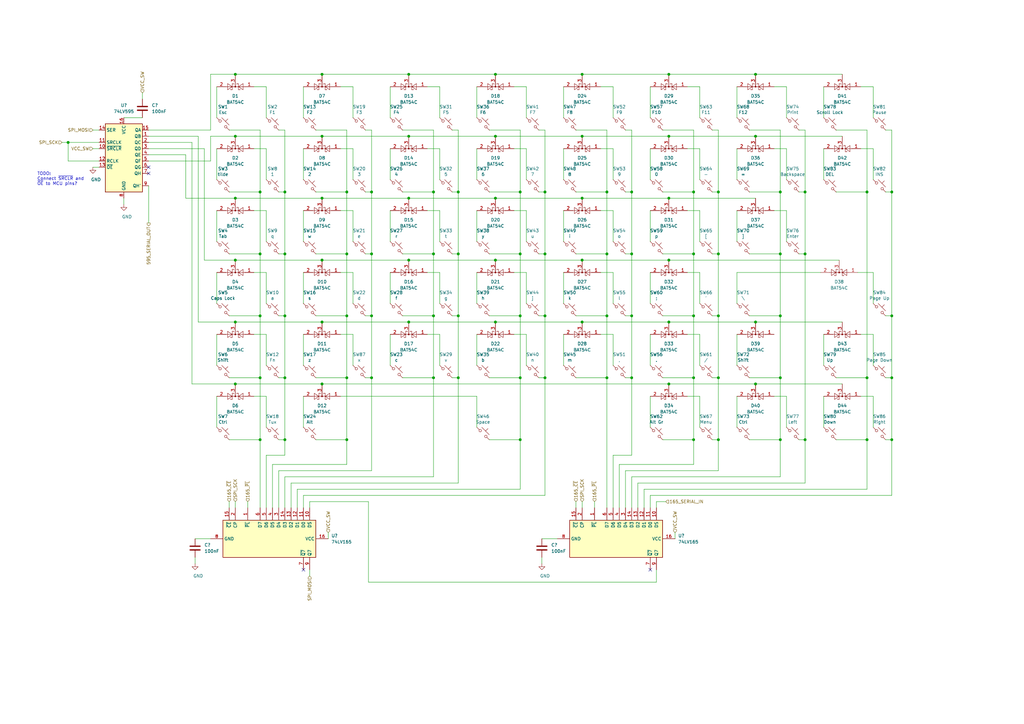
<source format=kicad_sch>
(kicad_sch (version 20201015) (generator eeschema)
  (paper "A3")
  (junction (at 27.94 58.42) (diameter 1.016))
  (junction (at 96.52 30.48) (diameter 1.016))
  (junction (at 96.52 55.88) (diameter 1.016))
  (junction (at 96.52 81.28) (diameter 1.016))
  (junction (at 96.52 106.68) (diameter 1.016))
  (junction (at 96.52 132.08) (diameter 1.016))
  (junction (at 96.52 157.48) (diameter 1.016))
  (junction (at 106.68 78.74) (diameter 1.016))
  (junction (at 106.68 104.14) (diameter 1.016))
  (junction (at 106.68 129.54) (diameter 1.016))
  (junction (at 106.68 154.94) (diameter 1.016))
  (junction (at 106.68 180.34) (diameter 1.016))
  (junction (at 116.84 78.74) (diameter 1.016))
  (junction (at 116.84 104.14) (diameter 1.016))
  (junction (at 116.84 129.54) (diameter 1.016))
  (junction (at 116.84 154.94) (diameter 1.016))
  (junction (at 116.84 180.34) (diameter 1.016))
  (junction (at 132.08 30.48) (diameter 1.016))
  (junction (at 132.08 55.88) (diameter 1.016))
  (junction (at 132.08 81.28) (diameter 1.016))
  (junction (at 132.08 106.68) (diameter 1.016))
  (junction (at 132.08 132.08) (diameter 1.016))
  (junction (at 132.08 157.48) (diameter 1.016))
  (junction (at 142.24 78.74) (diameter 1.016))
  (junction (at 142.24 104.14) (diameter 1.016))
  (junction (at 142.24 129.54) (diameter 1.016))
  (junction (at 142.24 154.94) (diameter 1.016))
  (junction (at 142.24 180.34) (diameter 1.016))
  (junction (at 152.4 78.74) (diameter 1.016))
  (junction (at 152.4 104.14) (diameter 1.016))
  (junction (at 152.4 129.54) (diameter 1.016))
  (junction (at 152.4 154.94) (diameter 1.016))
  (junction (at 167.64 30.48) (diameter 1.016))
  (junction (at 167.64 55.88) (diameter 1.016))
  (junction (at 167.64 81.28) (diameter 1.016))
  (junction (at 167.64 106.68) (diameter 1.016))
  (junction (at 167.64 132.08) (diameter 1.016))
  (junction (at 177.8 78.74) (diameter 1.016))
  (junction (at 177.8 104.14) (diameter 1.016))
  (junction (at 177.8 129.54) (diameter 1.016))
  (junction (at 177.8 154.94) (diameter 1.016))
  (junction (at 187.96 78.74) (diameter 1.016))
  (junction (at 187.96 104.14) (diameter 1.016))
  (junction (at 187.96 129.54) (diameter 1.016))
  (junction (at 187.96 154.94) (diameter 1.016))
  (junction (at 203.2 30.48) (diameter 1.016))
  (junction (at 203.2 55.88) (diameter 1.016))
  (junction (at 203.2 81.28) (diameter 1.016))
  (junction (at 203.2 106.68) (diameter 1.016))
  (junction (at 203.2 132.08) (diameter 1.016))
  (junction (at 213.36 78.74) (diameter 1.016))
  (junction (at 213.36 104.14) (diameter 1.016))
  (junction (at 213.36 129.54) (diameter 1.016))
  (junction (at 213.36 154.94) (diameter 1.016))
  (junction (at 213.36 180.34) (diameter 1.016))
  (junction (at 223.52 78.74) (diameter 1.016))
  (junction (at 223.52 104.14) (diameter 1.016))
  (junction (at 223.52 129.54) (diameter 1.016))
  (junction (at 223.52 154.94) (diameter 1.016))
  (junction (at 238.76 30.48) (diameter 1.016))
  (junction (at 238.76 55.88) (diameter 1.016))
  (junction (at 238.76 81.28) (diameter 1.016))
  (junction (at 238.76 106.68) (diameter 1.016))
  (junction (at 238.76 132.08) (diameter 1.016))
  (junction (at 248.92 78.74) (diameter 1.016))
  (junction (at 248.92 104.14) (diameter 1.016))
  (junction (at 248.92 129.54) (diameter 1.016))
  (junction (at 248.92 154.94) (diameter 1.016))
  (junction (at 259.08 78.74) (diameter 1.016))
  (junction (at 259.08 104.14) (diameter 1.016))
  (junction (at 259.08 129.54) (diameter 1.016))
  (junction (at 259.08 154.94) (diameter 1.016))
  (junction (at 274.32 30.48) (diameter 1.016))
  (junction (at 274.32 55.88) (diameter 1.016))
  (junction (at 274.32 81.28) (diameter 1.016))
  (junction (at 274.32 106.68) (diameter 1.016))
  (junction (at 274.32 132.08) (diameter 1.016))
  (junction (at 274.32 157.48) (diameter 1.016))
  (junction (at 284.48 78.74) (diameter 1.016))
  (junction (at 284.48 104.14) (diameter 1.016))
  (junction (at 284.48 129.54) (diameter 1.016))
  (junction (at 284.48 154.94) (diameter 1.016))
  (junction (at 284.48 180.34) (diameter 1.016))
  (junction (at 294.64 78.74) (diameter 1.016))
  (junction (at 294.64 104.14) (diameter 1.016))
  (junction (at 294.64 129.54) (diameter 1.016))
  (junction (at 294.64 154.94) (diameter 1.016))
  (junction (at 294.64 180.34) (diameter 1.016))
  (junction (at 309.88 30.48) (diameter 1.016))
  (junction (at 309.88 55.88) (diameter 1.016))
  (junction (at 309.88 132.08) (diameter 1.016))
  (junction (at 309.88 157.48) (diameter 1.016))
  (junction (at 320.04 78.74) (diameter 1.016))
  (junction (at 320.04 104.14) (diameter 1.016))
  (junction (at 320.04 129.54) (diameter 1.016))
  (junction (at 320.04 154.94) (diameter 1.016))
  (junction (at 320.04 180.34) (diameter 1.016))
  (junction (at 330.2 78.74) (diameter 1.016))
  (junction (at 330.2 104.14) (diameter 1.016))
  (junction (at 330.2 180.34) (diameter 1.016))
  (junction (at 355.6 78.74) (diameter 1.016))
  (junction (at 355.6 154.94) (diameter 1.016))
  (junction (at 355.6 180.34) (diameter 1.016))
  (junction (at 365.76 78.74) (diameter 1.016))
  (junction (at 365.76 129.54) (diameter 1.016))
  (junction (at 365.76 154.94) (diameter 1.016))
  (junction (at 365.76 180.34) (diameter 1.016))
  (no_connect (at 60.96 71.12))
  (no_connect (at 124.46 233.68))
  (no_connect (at 266.7 233.68))
  (no_connect (at 60.96 68.58))
  (wire (pts (xy 25.4 58.42) (xy 27.94 58.42)))
  (wire (pts (xy 27.94 58.42) (xy 27.94 66.04)))
  (wire (pts (xy 27.94 58.42) (xy 40.64 58.42)))
  (wire (pts (xy 38.1 53.34) (xy 40.64 53.34)))
  (wire (pts (xy 38.1 60.96) (xy 40.64 60.96)))
  (wire (pts (xy 38.1 68.58) (xy 40.64 68.58)))
  (wire (pts (xy 40.64 66.04) (xy 27.94 66.04)))
  (wire (pts (xy 50.8 48.26) (xy 58.42 48.26)))
  (wire (pts (xy 50.8 81.28) (xy 50.8 83.82)))
  (wire (pts (xy 58.42 38.1) (xy 58.42 40.64)))
  (wire (pts (xy 60.96 55.88) (xy 81.28 55.88)))
  (wire (pts (xy 60.96 58.42) (xy 78.74 58.42)))
  (wire (pts (xy 60.96 60.96) (xy 83.82 60.96)))
  (wire (pts (xy 60.96 63.5) (xy 76.2 63.5)))
  (wire (pts (xy 60.96 66.04) (xy 86.36 66.04)))
  (wire (pts (xy 60.96 76.2) (xy 60.96 91.44)))
  (wire (pts (xy 76.2 81.28) (xy 76.2 63.5)))
  (wire (pts (xy 76.2 81.28) (xy 96.52 81.28)))
  (wire (pts (xy 78.74 58.42) (xy 78.74 157.48)))
  (wire (pts (xy 78.74 157.48) (xy 96.52 157.48)))
  (wire (pts (xy 80.01 220.98) (xy 86.36 220.98)))
  (wire (pts (xy 80.01 228.6) (xy 80.01 231.14)))
  (wire (pts (xy 81.28 55.88) (xy 81.28 132.08)))
  (wire (pts (xy 81.28 132.08) (xy 96.52 132.08)))
  (wire (pts (xy 83.82 60.96) (xy 83.82 106.68)))
  (wire (pts (xy 83.82 106.68) (xy 96.52 106.68)))
  (wire (pts (xy 86.36 30.48) (xy 86.36 53.34)))
  (wire (pts (xy 86.36 53.34) (xy 60.96 53.34)))
  (wire (pts (xy 86.36 55.88) (xy 96.52 55.88)))
  (wire (pts (xy 86.36 66.04) (xy 86.36 55.88)))
  (wire (pts (xy 88.9 35.56) (xy 88.9 48.26)))
  (wire (pts (xy 88.9 60.96) (xy 88.9 73.66)))
  (wire (pts (xy 88.9 86.36) (xy 88.9 99.06)))
  (wire (pts (xy 88.9 111.76) (xy 88.9 124.46)))
  (wire (pts (xy 88.9 137.16) (xy 88.9 149.86)))
  (wire (pts (xy 88.9 162.56) (xy 88.9 175.26)))
  (wire (pts (xy 93.98 53.34) (xy 106.68 53.34)))
  (wire (pts (xy 93.98 78.74) (xy 106.68 78.74)))
  (wire (pts (xy 93.98 104.14) (xy 106.68 104.14)))
  (wire (pts (xy 93.98 129.54) (xy 106.68 129.54)))
  (wire (pts (xy 93.98 154.94) (xy 106.68 154.94)))
  (wire (pts (xy 93.98 180.34) (xy 106.68 180.34)))
  (wire (pts (xy 93.98 205.74) (xy 93.98 208.28)))
  (wire (pts (xy 96.52 30.48) (xy 86.36 30.48)))
  (wire (pts (xy 96.52 30.48) (xy 132.08 30.48)))
  (wire (pts (xy 96.52 55.88) (xy 132.08 55.88)))
  (wire (pts (xy 96.52 81.28) (xy 132.08 81.28)))
  (wire (pts (xy 96.52 106.68) (xy 132.08 106.68)))
  (wire (pts (xy 96.52 132.08) (xy 132.08 132.08)))
  (wire (pts (xy 96.52 157.48) (xy 132.08 157.48)))
  (wire (pts (xy 96.52 205.74) (xy 96.52 208.28)))
  (wire (pts (xy 101.6 205.74) (xy 101.6 208.28)))
  (wire (pts (xy 104.14 35.56) (xy 109.22 35.56)))
  (wire (pts (xy 104.14 60.96) (xy 109.22 60.96)))
  (wire (pts (xy 104.14 86.36) (xy 109.22 86.36)))
  (wire (pts (xy 104.14 111.76) (xy 109.22 111.76)))
  (wire (pts (xy 104.14 137.16) (xy 109.22 137.16)))
  (wire (pts (xy 104.14 162.56) (xy 109.22 162.56)))
  (wire (pts (xy 106.68 53.34) (xy 106.68 78.74)))
  (wire (pts (xy 106.68 78.74) (xy 106.68 104.14)))
  (wire (pts (xy 106.68 104.14) (xy 106.68 129.54)))
  (wire (pts (xy 106.68 129.54) (xy 106.68 154.94)))
  (wire (pts (xy 106.68 154.94) (xy 106.68 180.34)))
  (wire (pts (xy 106.68 180.34) (xy 106.68 208.28)))
  (wire (pts (xy 109.22 35.56) (xy 109.22 48.26)))
  (wire (pts (xy 109.22 60.96) (xy 109.22 73.66)))
  (wire (pts (xy 109.22 86.36) (xy 109.22 99.06)))
  (wire (pts (xy 109.22 111.76) (xy 109.22 124.46)))
  (wire (pts (xy 109.22 137.16) (xy 109.22 149.86)))
  (wire (pts (xy 109.22 162.56) (xy 109.22 175.26)))
  (wire (pts (xy 109.22 186.69) (xy 109.22 208.28)))
  (wire (pts (xy 111.76 190.5) (xy 111.76 208.28)))
  (wire (pts (xy 114.3 53.34) (xy 116.84 53.34)))
  (wire (pts (xy 114.3 78.74) (xy 116.84 78.74)))
  (wire (pts (xy 114.3 104.14) (xy 116.84 104.14)))
  (wire (pts (xy 114.3 129.54) (xy 116.84 129.54)))
  (wire (pts (xy 114.3 154.94) (xy 116.84 154.94)))
  (wire (pts (xy 114.3 180.34) (xy 116.84 180.34)))
  (wire (pts (xy 114.3 193.04) (xy 114.3 208.28)))
  (wire (pts (xy 116.84 53.34) (xy 116.84 78.74)))
  (wire (pts (xy 116.84 78.74) (xy 116.84 104.14)))
  (wire (pts (xy 116.84 104.14) (xy 116.84 129.54)))
  (wire (pts (xy 116.84 129.54) (xy 116.84 154.94)))
  (wire (pts (xy 116.84 154.94) (xy 116.84 180.34)))
  (wire (pts (xy 116.84 180.34) (xy 116.84 186.69)))
  (wire (pts (xy 116.84 186.69) (xy 109.22 186.69)))
  (wire (pts (xy 116.84 195.58) (xy 116.84 208.28)))
  (wire (pts (xy 119.38 198.12) (xy 187.96 198.12)))
  (wire (pts (xy 119.38 208.28) (xy 119.38 198.12)))
  (wire (pts (xy 121.92 200.66) (xy 121.92 208.28)))
  (wire (pts (xy 124.46 35.56) (xy 124.46 48.26)))
  (wire (pts (xy 124.46 60.96) (xy 124.46 73.66)))
  (wire (pts (xy 124.46 86.36) (xy 124.46 99.06)))
  (wire (pts (xy 124.46 111.76) (xy 124.46 124.46)))
  (wire (pts (xy 124.46 137.16) (xy 124.46 149.86)))
  (wire (pts (xy 124.46 162.56) (xy 124.46 175.26)))
  (wire (pts (xy 124.46 203.2) (xy 223.52 203.2)))
  (wire (pts (xy 124.46 208.28) (xy 124.46 203.2)))
  (wire (pts (xy 127 205.74) (xy 127 208.28)))
  (wire (pts (xy 127 233.68) (xy 127 236.22)))
  (wire (pts (xy 129.54 53.34) (xy 142.24 53.34)))
  (wire (pts (xy 129.54 78.74) (xy 142.24 78.74)))
  (wire (pts (xy 129.54 104.14) (xy 142.24 104.14)))
  (wire (pts (xy 129.54 129.54) (xy 142.24 129.54)))
  (wire (pts (xy 129.54 154.94) (xy 142.24 154.94)))
  (wire (pts (xy 129.54 180.34) (xy 142.24 180.34)))
  (wire (pts (xy 132.08 30.48) (xy 167.64 30.48)))
  (wire (pts (xy 132.08 55.88) (xy 167.64 55.88)))
  (wire (pts (xy 132.08 81.28) (xy 167.64 81.28)))
  (wire (pts (xy 132.08 106.68) (xy 167.64 106.68)))
  (wire (pts (xy 132.08 132.08) (xy 167.64 132.08)))
  (wire (pts (xy 132.08 157.48) (xy 274.32 157.48)))
  (wire (pts (xy 134.62 218.44) (xy 134.62 220.98)))
  (wire (pts (xy 139.7 35.56) (xy 144.78 35.56)))
  (wire (pts (xy 139.7 60.96) (xy 144.78 60.96)))
  (wire (pts (xy 139.7 86.36) (xy 144.78 86.36)))
  (wire (pts (xy 139.7 111.76) (xy 144.78 111.76)))
  (wire (pts (xy 139.7 137.16) (xy 144.78 137.16)))
  (wire (pts (xy 139.7 162.56) (xy 195.58 162.56)))
  (wire (pts (xy 142.24 53.34) (xy 142.24 78.74)))
  (wire (pts (xy 142.24 78.74) (xy 142.24 104.14)))
  (wire (pts (xy 142.24 104.14) (xy 142.24 129.54)))
  (wire (pts (xy 142.24 129.54) (xy 142.24 154.94)))
  (wire (pts (xy 142.24 154.94) (xy 142.24 180.34)))
  (wire (pts (xy 142.24 180.34) (xy 142.24 190.5)))
  (wire (pts (xy 142.24 190.5) (xy 111.76 190.5)))
  (wire (pts (xy 144.78 35.56) (xy 144.78 48.26)))
  (wire (pts (xy 144.78 60.96) (xy 144.78 73.66)))
  (wire (pts (xy 144.78 86.36) (xy 144.78 99.06)))
  (wire (pts (xy 144.78 111.76) (xy 144.78 124.46)))
  (wire (pts (xy 144.78 137.16) (xy 144.78 149.86)))
  (wire (pts (xy 149.86 53.34) (xy 152.4 53.34)))
  (wire (pts (xy 149.86 78.74) (xy 152.4 78.74)))
  (wire (pts (xy 149.86 104.14) (xy 152.4 104.14)))
  (wire (pts (xy 149.86 129.54) (xy 152.4 129.54)))
  (wire (pts (xy 149.86 154.94) (xy 152.4 154.94)))
  (wire (pts (xy 151.13 205.74) (xy 127 205.74)))
  (wire (pts (xy 151.13 238.76) (xy 151.13 205.74)))
  (wire (pts (xy 152.4 53.34) (xy 152.4 78.74)))
  (wire (pts (xy 152.4 78.74) (xy 152.4 104.14)))
  (wire (pts (xy 152.4 104.14) (xy 152.4 129.54)))
  (wire (pts (xy 152.4 129.54) (xy 152.4 154.94)))
  (wire (pts (xy 152.4 154.94) (xy 152.4 193.04)))
  (wire (pts (xy 152.4 193.04) (xy 114.3 193.04)))
  (wire (pts (xy 160.02 35.56) (xy 160.02 48.26)))
  (wire (pts (xy 160.02 60.96) (xy 160.02 73.66)))
  (wire (pts (xy 160.02 86.36) (xy 160.02 99.06)))
  (wire (pts (xy 160.02 111.76) (xy 160.02 124.46)))
  (wire (pts (xy 160.02 137.16) (xy 160.02 149.86)))
  (wire (pts (xy 165.1 53.34) (xy 177.8 53.34)))
  (wire (pts (xy 165.1 78.74) (xy 177.8 78.74)))
  (wire (pts (xy 165.1 104.14) (xy 177.8 104.14)))
  (wire (pts (xy 165.1 129.54) (xy 177.8 129.54)))
  (wire (pts (xy 165.1 154.94) (xy 177.8 154.94)))
  (wire (pts (xy 167.64 30.48) (xy 203.2 30.48)))
  (wire (pts (xy 167.64 55.88) (xy 203.2 55.88)))
  (wire (pts (xy 167.64 81.28) (xy 203.2 81.28)))
  (wire (pts (xy 167.64 106.68) (xy 203.2 106.68)))
  (wire (pts (xy 167.64 132.08) (xy 203.2 132.08)))
  (wire (pts (xy 177.8 53.34) (xy 177.8 78.74)))
  (wire (pts (xy 177.8 78.74) (xy 177.8 104.14)))
  (wire (pts (xy 177.8 104.14) (xy 177.8 129.54)))
  (wire (pts (xy 177.8 129.54) (xy 177.8 154.94)))
  (wire (pts (xy 177.8 154.94) (xy 177.8 195.58)))
  (wire (pts (xy 177.8 195.58) (xy 116.84 195.58)))
  (wire (pts (xy 180.34 35.56) (xy 175.26 35.56)))
  (wire (pts (xy 180.34 35.56) (xy 180.34 48.26)))
  (wire (pts (xy 180.34 60.96) (xy 175.26 60.96)))
  (wire (pts (xy 180.34 60.96) (xy 180.34 73.66)))
  (wire (pts (xy 180.34 86.36) (xy 175.26 86.36)))
  (wire (pts (xy 180.34 86.36) (xy 180.34 99.06)))
  (wire (pts (xy 180.34 111.76) (xy 175.26 111.76)))
  (wire (pts (xy 180.34 111.76) (xy 180.34 124.46)))
  (wire (pts (xy 180.34 137.16) (xy 175.26 137.16)))
  (wire (pts (xy 180.34 137.16) (xy 180.34 149.86)))
  (wire (pts (xy 185.42 53.34) (xy 187.96 53.34)))
  (wire (pts (xy 185.42 78.74) (xy 187.96 78.74)))
  (wire (pts (xy 185.42 104.14) (xy 187.96 104.14)))
  (wire (pts (xy 185.42 129.54) (xy 187.96 129.54)))
  (wire (pts (xy 185.42 154.94) (xy 187.96 154.94)))
  (wire (pts (xy 187.96 53.34) (xy 187.96 78.74)))
  (wire (pts (xy 187.96 78.74) (xy 187.96 104.14)))
  (wire (pts (xy 187.96 104.14) (xy 187.96 129.54)))
  (wire (pts (xy 187.96 129.54) (xy 187.96 154.94)))
  (wire (pts (xy 187.96 154.94) (xy 187.96 198.12)))
  (wire (pts (xy 195.58 35.56) (xy 195.58 48.26)))
  (wire (pts (xy 195.58 60.96) (xy 195.58 73.66)))
  (wire (pts (xy 195.58 86.36) (xy 195.58 99.06)))
  (wire (pts (xy 195.58 111.76) (xy 195.58 124.46)))
  (wire (pts (xy 195.58 137.16) (xy 195.58 149.86)))
  (wire (pts (xy 195.58 162.56) (xy 195.58 175.26)))
  (wire (pts (xy 200.66 53.34) (xy 213.36 53.34)))
  (wire (pts (xy 200.66 78.74) (xy 213.36 78.74)))
  (wire (pts (xy 200.66 104.14) (xy 213.36 104.14)))
  (wire (pts (xy 200.66 129.54) (xy 213.36 129.54)))
  (wire (pts (xy 200.66 154.94) (xy 213.36 154.94)))
  (wire (pts (xy 200.66 180.34) (xy 213.36 180.34)))
  (wire (pts (xy 203.2 30.48) (xy 238.76 30.48)))
  (wire (pts (xy 203.2 55.88) (xy 238.76 55.88)))
  (wire (pts (xy 203.2 81.28) (xy 238.76 81.28)))
  (wire (pts (xy 203.2 106.68) (xy 238.76 106.68)))
  (wire (pts (xy 203.2 132.08) (xy 238.76 132.08)))
  (wire (pts (xy 213.36 53.34) (xy 213.36 78.74)))
  (wire (pts (xy 213.36 78.74) (xy 213.36 104.14)))
  (wire (pts (xy 213.36 104.14) (xy 213.36 129.54)))
  (wire (pts (xy 213.36 129.54) (xy 213.36 154.94)))
  (wire (pts (xy 213.36 154.94) (xy 213.36 180.34)))
  (wire (pts (xy 213.36 180.34) (xy 213.36 200.66)))
  (wire (pts (xy 213.36 200.66) (xy 121.92 200.66)))
  (wire (pts (xy 215.9 35.56) (xy 210.82 35.56)))
  (wire (pts (xy 215.9 35.56) (xy 215.9 48.26)))
  (wire (pts (xy 215.9 60.96) (xy 210.82 60.96)))
  (wire (pts (xy 215.9 60.96) (xy 215.9 73.66)))
  (wire (pts (xy 215.9 86.36) (xy 210.82 86.36)))
  (wire (pts (xy 215.9 86.36) (xy 215.9 99.06)))
  (wire (pts (xy 215.9 111.76) (xy 210.82 111.76)))
  (wire (pts (xy 215.9 111.76) (xy 215.9 124.46)))
  (wire (pts (xy 215.9 137.16) (xy 210.82 137.16)))
  (wire (pts (xy 215.9 137.16) (xy 215.9 149.86)))
  (wire (pts (xy 220.98 53.34) (xy 223.52 53.34)))
  (wire (pts (xy 220.98 78.74) (xy 223.52 78.74)))
  (wire (pts (xy 220.98 104.14) (xy 223.52 104.14)))
  (wire (pts (xy 220.98 129.54) (xy 223.52 129.54)))
  (wire (pts (xy 220.98 154.94) (xy 223.52 154.94)))
  (wire (pts (xy 222.25 220.98) (xy 228.6 220.98)))
  (wire (pts (xy 222.25 228.6) (xy 222.25 231.14)))
  (wire (pts (xy 223.52 53.34) (xy 223.52 78.74)))
  (wire (pts (xy 223.52 78.74) (xy 223.52 104.14)))
  (wire (pts (xy 223.52 104.14) (xy 223.52 129.54)))
  (wire (pts (xy 223.52 129.54) (xy 223.52 154.94)))
  (wire (pts (xy 223.52 154.94) (xy 223.52 203.2)))
  (wire (pts (xy 231.14 35.56) (xy 231.14 48.26)))
  (wire (pts (xy 231.14 60.96) (xy 231.14 73.66)))
  (wire (pts (xy 231.14 86.36) (xy 231.14 99.06)))
  (wire (pts (xy 231.14 111.76) (xy 231.14 124.46)))
  (wire (pts (xy 231.14 137.16) (xy 231.14 149.86)))
  (wire (pts (xy 236.22 53.34) (xy 248.92 53.34)))
  (wire (pts (xy 236.22 78.74) (xy 248.92 78.74)))
  (wire (pts (xy 236.22 104.14) (xy 248.92 104.14)))
  (wire (pts (xy 236.22 129.54) (xy 248.92 129.54)))
  (wire (pts (xy 236.22 154.94) (xy 248.92 154.94)))
  (wire (pts (xy 236.22 205.74) (xy 236.22 208.28)))
  (wire (pts (xy 238.76 30.48) (xy 274.32 30.48)))
  (wire (pts (xy 238.76 55.88) (xy 274.32 55.88)))
  (wire (pts (xy 238.76 81.28) (xy 274.32 81.28)))
  (wire (pts (xy 238.76 106.68) (xy 274.32 106.68)))
  (wire (pts (xy 238.76 132.08) (xy 274.32 132.08)))
  (wire (pts (xy 238.76 205.74) (xy 238.76 208.28)))
  (wire (pts (xy 243.84 205.74) (xy 243.84 208.28)))
  (wire (pts (xy 248.92 53.34) (xy 248.92 78.74)))
  (wire (pts (xy 248.92 78.74) (xy 248.92 104.14)))
  (wire (pts (xy 248.92 104.14) (xy 248.92 129.54)))
  (wire (pts (xy 248.92 129.54) (xy 248.92 154.94)))
  (wire (pts (xy 248.92 154.94) (xy 248.92 208.28)))
  (wire (pts (xy 251.46 35.56) (xy 246.38 35.56)))
  (wire (pts (xy 251.46 35.56) (xy 251.46 48.26)))
  (wire (pts (xy 251.46 60.96) (xy 246.38 60.96)))
  (wire (pts (xy 251.46 60.96) (xy 251.46 73.66)))
  (wire (pts (xy 251.46 86.36) (xy 246.38 86.36)))
  (wire (pts (xy 251.46 86.36) (xy 251.46 99.06)))
  (wire (pts (xy 251.46 111.76) (xy 246.38 111.76)))
  (wire (pts (xy 251.46 111.76) (xy 251.46 124.46)))
  (wire (pts (xy 251.46 137.16) (xy 246.38 137.16)))
  (wire (pts (xy 251.46 137.16) (xy 251.46 149.86)))
  (wire (pts (xy 251.46 186.69) (xy 251.46 208.28)))
  (wire (pts (xy 254 190.5) (xy 254 208.28)))
  (wire (pts (xy 256.54 53.34) (xy 259.08 53.34)))
  (wire (pts (xy 256.54 78.74) (xy 259.08 78.74)))
  (wire (pts (xy 256.54 104.14) (xy 259.08 104.14)))
  (wire (pts (xy 256.54 129.54) (xy 259.08 129.54)))
  (wire (pts (xy 256.54 154.94) (xy 259.08 154.94)))
  (wire (pts (xy 256.54 193.04) (xy 256.54 208.28)))
  (wire (pts (xy 259.08 53.34) (xy 259.08 78.74)))
  (wire (pts (xy 259.08 78.74) (xy 259.08 104.14)))
  (wire (pts (xy 259.08 104.14) (xy 259.08 129.54)))
  (wire (pts (xy 259.08 129.54) (xy 259.08 154.94)))
  (wire (pts (xy 259.08 154.94) (xy 259.08 186.69)))
  (wire (pts (xy 259.08 186.69) (xy 251.46 186.69)))
  (wire (pts (xy 259.08 195.58) (xy 259.08 208.28)))
  (wire (pts (xy 261.62 198.12) (xy 330.2 198.12)))
  (wire (pts (xy 261.62 208.28) (xy 261.62 198.12)))
  (wire (pts (xy 264.16 200.66) (xy 264.16 208.28)))
  (wire (pts (xy 266.7 35.56) (xy 266.7 48.26)))
  (wire (pts (xy 266.7 60.96) (xy 266.7 73.66)))
  (wire (pts (xy 266.7 86.36) (xy 266.7 99.06)))
  (wire (pts (xy 266.7 111.76) (xy 266.7 124.46)))
  (wire (pts (xy 266.7 137.16) (xy 266.7 149.86)))
  (wire (pts (xy 266.7 162.56) (xy 266.7 175.26)))
  (wire (pts (xy 266.7 203.2) (xy 365.76 203.2)))
  (wire (pts (xy 266.7 208.28) (xy 266.7 203.2)))
  (wire (pts (xy 269.24 205.74) (xy 273.05 205.74)))
  (wire (pts (xy 269.24 208.28) (xy 269.24 205.74)))
  (wire (pts (xy 269.24 233.68) (xy 269.24 238.76)))
  (wire (pts (xy 269.24 238.76) (xy 151.13 238.76)))
  (wire (pts (xy 271.78 53.34) (xy 284.48 53.34)))
  (wire (pts (xy 271.78 78.74) (xy 284.48 78.74)))
  (wire (pts (xy 271.78 104.14) (xy 284.48 104.14)))
  (wire (pts (xy 271.78 129.54) (xy 284.48 129.54)))
  (wire (pts (xy 271.78 154.94) (xy 284.48 154.94)))
  (wire (pts (xy 271.78 180.34) (xy 284.48 180.34)))
  (wire (pts (xy 274.32 30.48) (xy 309.88 30.48)))
  (wire (pts (xy 274.32 55.88) (xy 309.88 55.88)))
  (wire (pts (xy 274.32 81.28) (xy 309.88 81.28)))
  (wire (pts (xy 274.32 106.68) (xy 344.17 106.68)))
  (wire (pts (xy 274.32 132.08) (xy 309.88 132.08)))
  (wire (pts (xy 274.32 157.48) (xy 309.88 157.48)))
  (wire (pts (xy 276.86 218.44) (xy 276.86 220.98)))
  (wire (pts (xy 284.48 53.34) (xy 284.48 78.74)))
  (wire (pts (xy 284.48 78.74) (xy 284.48 104.14)))
  (wire (pts (xy 284.48 104.14) (xy 284.48 129.54)))
  (wire (pts (xy 284.48 129.54) (xy 284.48 154.94)))
  (wire (pts (xy 284.48 154.94) (xy 284.48 180.34)))
  (wire (pts (xy 284.48 180.34) (xy 284.48 190.5)))
  (wire (pts (xy 284.48 190.5) (xy 254 190.5)))
  (wire (pts (xy 287.02 35.56) (xy 281.94 35.56)))
  (wire (pts (xy 287.02 48.26) (xy 287.02 35.56)))
  (wire (pts (xy 287.02 60.96) (xy 281.94 60.96)))
  (wire (pts (xy 287.02 73.66) (xy 287.02 60.96)))
  (wire (pts (xy 287.02 86.36) (xy 281.94 86.36)))
  (wire (pts (xy 287.02 99.06) (xy 287.02 86.36)))
  (wire (pts (xy 287.02 111.76) (xy 281.94 111.76)))
  (wire (pts (xy 287.02 124.46) (xy 287.02 111.76)))
  (wire (pts (xy 287.02 137.16) (xy 281.94 137.16)))
  (wire (pts (xy 287.02 149.86) (xy 287.02 137.16)))
  (wire (pts (xy 287.02 162.56) (xy 281.94 162.56)))
  (wire (pts (xy 287.02 175.26) (xy 287.02 162.56)))
  (wire (pts (xy 292.1 53.34) (xy 294.64 53.34)))
  (wire (pts (xy 292.1 78.74) (xy 294.64 78.74)))
  (wire (pts (xy 292.1 104.14) (xy 294.64 104.14)))
  (wire (pts (xy 292.1 129.54) (xy 294.64 129.54)))
  (wire (pts (xy 292.1 154.94) (xy 294.64 154.94)))
  (wire (pts (xy 292.1 180.34) (xy 294.64 180.34)))
  (wire (pts (xy 294.64 53.34) (xy 294.64 78.74)))
  (wire (pts (xy 294.64 78.74) (xy 294.64 104.14)))
  (wire (pts (xy 294.64 104.14) (xy 294.64 129.54)))
  (wire (pts (xy 294.64 129.54) (xy 294.64 154.94)))
  (wire (pts (xy 294.64 154.94) (xy 294.64 180.34)))
  (wire (pts (xy 294.64 180.34) (xy 294.64 193.04)))
  (wire (pts (xy 294.64 193.04) (xy 256.54 193.04)))
  (wire (pts (xy 302.26 35.56) (xy 302.26 48.26)))
  (wire (pts (xy 302.26 60.96) (xy 302.26 73.66)))
  (wire (pts (xy 302.26 86.36) (xy 302.26 99.06)))
  (wire (pts (xy 302.26 111.76) (xy 302.26 124.46)))
  (wire (pts (xy 302.26 137.16) (xy 302.26 149.86)))
  (wire (pts (xy 302.26 162.56) (xy 302.26 175.26)))
  (wire (pts (xy 307.34 53.34) (xy 320.04 53.34)))
  (wire (pts (xy 307.34 78.74) (xy 320.04 78.74)))
  (wire (pts (xy 307.34 104.14) (xy 320.04 104.14)))
  (wire (pts (xy 307.34 129.54) (xy 320.04 129.54)))
  (wire (pts (xy 307.34 154.94) (xy 320.04 154.94)))
  (wire (pts (xy 307.34 180.34) (xy 320.04 180.34)))
  (wire (pts (xy 309.88 30.48) (xy 345.44 30.48)))
  (wire (pts (xy 309.88 55.88) (xy 345.44 55.88)))
  (wire (pts (xy 309.88 132.08) (xy 345.44 132.08)))
  (wire (pts (xy 309.88 157.48) (xy 345.44 157.48)))
  (wire (pts (xy 320.04 53.34) (xy 320.04 78.74)))
  (wire (pts (xy 320.04 78.74) (xy 320.04 104.14)))
  (wire (pts (xy 320.04 104.14) (xy 320.04 129.54)))
  (wire (pts (xy 320.04 129.54) (xy 320.04 154.94)))
  (wire (pts (xy 320.04 154.94) (xy 320.04 180.34)))
  (wire (pts (xy 320.04 180.34) (xy 320.04 195.58)))
  (wire (pts (xy 320.04 195.58) (xy 259.08 195.58)))
  (wire (pts (xy 322.58 35.56) (xy 317.5 35.56)))
  (wire (pts (xy 322.58 35.56) (xy 322.58 48.26)))
  (wire (pts (xy 322.58 60.96) (xy 317.5 60.96)))
  (wire (pts (xy 322.58 60.96) (xy 322.58 73.66)))
  (wire (pts (xy 322.58 86.36) (xy 317.5 86.36)))
  (wire (pts (xy 322.58 86.36) (xy 322.58 99.06)))
  (wire (pts (xy 322.58 162.56) (xy 317.5 162.56)))
  (wire (pts (xy 322.58 162.56) (xy 322.58 175.26)))
  (wire (pts (xy 327.66 53.34) (xy 330.2 53.34)))
  (wire (pts (xy 327.66 78.74) (xy 330.2 78.74)))
  (wire (pts (xy 327.66 104.14) (xy 330.2 104.14)))
  (wire (pts (xy 327.66 180.34) (xy 330.2 180.34)))
  (wire (pts (xy 330.2 53.34) (xy 330.2 78.74)))
  (wire (pts (xy 330.2 78.74) (xy 330.2 104.14)))
  (wire (pts (xy 330.2 104.14) (xy 330.2 180.34)))
  (wire (pts (xy 330.2 180.34) (xy 330.2 198.12)))
  (wire (pts (xy 336.55 111.76) (xy 302.26 111.76)))
  (wire (pts (xy 337.82 35.56) (xy 337.82 48.26)))
  (wire (pts (xy 337.82 60.96) (xy 337.82 73.66)))
  (wire (pts (xy 337.82 137.16) (xy 337.82 149.86)))
  (wire (pts (xy 337.82 162.56) (xy 337.82 175.26)))
  (wire (pts (xy 342.9 53.34) (xy 355.6 53.34)))
  (wire (pts (xy 342.9 78.74) (xy 355.6 78.74)))
  (wire (pts (xy 342.9 154.94) (xy 355.6 154.94)))
  (wire (pts (xy 342.9 180.34) (xy 355.6 180.34)))
  (wire (pts (xy 351.79 111.76) (xy 358.14 111.76)))
  (wire (pts (xy 355.6 53.34) (xy 355.6 78.74)))
  (wire (pts (xy 355.6 78.74) (xy 355.6 154.94)))
  (wire (pts (xy 355.6 154.94) (xy 355.6 180.34)))
  (wire (pts (xy 355.6 180.34) (xy 355.6 200.66)))
  (wire (pts (xy 355.6 200.66) (xy 264.16 200.66)))
  (wire (pts (xy 358.14 35.56) (xy 353.06 35.56)))
  (wire (pts (xy 358.14 35.56) (xy 358.14 48.26)))
  (wire (pts (xy 358.14 60.96) (xy 353.06 60.96)))
  (wire (pts (xy 358.14 60.96) (xy 358.14 73.66)))
  (wire (pts (xy 358.14 111.76) (xy 358.14 124.46)))
  (wire (pts (xy 358.14 137.16) (xy 353.06 137.16)))
  (wire (pts (xy 358.14 137.16) (xy 358.14 149.86)))
  (wire (pts (xy 358.14 162.56) (xy 353.06 162.56)))
  (wire (pts (xy 358.14 162.56) (xy 358.14 175.26)))
  (wire (pts (xy 363.22 53.34) (xy 365.76 53.34)))
  (wire (pts (xy 363.22 78.74) (xy 365.76 78.74)))
  (wire (pts (xy 363.22 129.54) (xy 365.76 129.54)))
  (wire (pts (xy 363.22 154.94) (xy 365.76 154.94)))
  (wire (pts (xy 363.22 180.34) (xy 365.76 180.34)))
  (wire (pts (xy 365.76 53.34) (xy 365.76 78.74)))
  (wire (pts (xy 365.76 78.74) (xy 365.76 129.54)))
  (wire (pts (xy 365.76 129.54) (xy 365.76 154.94)))
  (wire (pts (xy 365.76 154.94) (xy 365.76 180.34)))
  (wire (pts (xy 365.76 180.34) (xy 365.76 203.2)))
  (text "TODO:\nConnect ~SRCLR and\n~OE to MCU pins?" (at 15.24 76.2 0) (effects (font (size 1.27 1.27)) (justify left bottom)))
  (hierarchical_label "SPI_SCK" (shape input) (at 25.4 58.42 180))
  (hierarchical_label "SPI_MOSI" (shape input) (at 38.1 53.34 180))
  (hierarchical_label "VCC_SW" (shape input) (at 38.1 60.96 180))
  (hierarchical_label "VCC_SW" (shape input) (at 58.42 38.1 90))
  (hierarchical_label "595_SERIAL_OUT" (shape output) (at 60.96 91.44 270))
  (hierarchical_label "165_~CE" (shape input) (at 93.98 205.74 90))
  (hierarchical_label "SPI_SCK" (shape input) (at 96.52 205.74 90))
  (hierarchical_label "165_~PL" (shape input) (at 101.6 205.74 90))
  (hierarchical_label "SPI_MOSI" (shape input) (at 127 236.22 270))
  (hierarchical_label "VCC_SW" (shape input) (at 134.62 218.44 90))
  (hierarchical_label "165_~CE" (shape input) (at 236.22 205.74 90))
  (hierarchical_label "SPI_SCK" (shape input) (at 238.76 205.74 90))
  (hierarchical_label "165_~PL" (shape input) (at 243.84 205.74 90))
  (hierarchical_label "165_SERIAL_IN" (shape input) (at 273.05 205.74 0))
  (hierarchical_label "VCC_SW" (shape input) (at 276.86 218.44 90))
  (symbol (lib_id "power:GND") (at 38.1 68.58 0) (unit 1)
    (property "Reference" "#PWR?" (effects hide))
    (property "Value" "GND" (at 39.37 73.66 0))
  )
  (symbol (lib_id "power:GND") (at 50.8 83.82 0) (unit 1)
    (property "Reference" "#PWR?" (effects hide))
    (property "Value" "GND" (at 52.07 88.9 0))
  )
  (symbol (lib_id "power:GND") (at 80.01 231.14 0) (unit 1)
    (property "Reference" "#PWR?" (effects hide))
    (property "Value" "GND" (at 81.28 236.22 0))
  )
  (symbol (lib_id "power:GND") (at 222.25 231.14 0) (unit 1)
    (property "Reference" "#PWR?" (effects hide))
    (property "Value" "GND" (at 223.52 236.22 0))
  )
  (symbol (lib_id "Switch:SW_Push_45deg") (at 91.44 50.8 0) (unit 1)
    (property "Reference" "SW1" (at 91.44 43.7958 0))
    (property "Value" "Esc" (at 91.44 46.0945 0))
    (property "Footprint" "footprints:SW_Cherry_MX_1.00u_PCB" (effects hide))
  )
  (symbol (lib_id "Switch:SW_Push_45deg") (at 91.44 76.2 0) (unit 1)
    (property "Reference" "SW3" (at 91.44 69.1958 0))
    (property "Value" "tilde" (at 91.44 71.494 0))
    (property "Footprint" "footprints:SW_Cherry_MX_1.00u_PCB" (effects hide))
  )
  (symbol (lib_id "Switch:SW_Push_45deg") (at 91.44 101.6 0) (unit 1)
    (property "Reference" "SW4" (at 91.44 94.5958 0))
    (property "Value" "Tab" (at 91.44 96.894 0))
    (property "Footprint" "footprints:SW_Cherry_MX_1.50u_PCB" (effects hide))
  )
  (symbol (lib_id "Switch:SW_Push_45deg") (at 91.44 127 0) (unit 1)
    (property "Reference" "SW5" (at 91.44 119.9958 0))
    (property "Value" "Caps Lock" (at 91.44 122.294 0))
    (property "Footprint" "footprints:SW_Cherry_MX_1.75u_PCB" (effects hide))
  )
  (symbol (lib_id "Switch:SW_Push_45deg") (at 91.44 152.4 0) (unit 1)
    (property "Reference" "SW6" (at 91.44 145.3958 0))
    (property "Value" "Shift" (at 91.44 147.694 0))
    (property "Footprint" "footprints:SW_Cherry_MX_1.25u_PCB" (effects hide))
  )
  (symbol (lib_id "Switch:SW_Push_45deg") (at 91.44 177.8 0) (unit 1)
    (property "Reference" "SW7" (at 91.44 170.7958 0))
    (property "Value" "Ctrl" (at 91.44 173.094 0))
    (property "Footprint" "footprints:SW_Cherry_MX_1.25u_PCB" (effects hide))
  )
  (symbol (lib_id "Switch:SW_Push_45deg") (at 111.76 50.8 0) (unit 1)
    (property "Reference" "SW2" (at 111.76 43.7958 0))
    (property "Value" "F1" (at 111.76 46.0945 0))
    (property "Footprint" "footprints:SW_Cherry_MX_1.00u_PCB" (effects hide))
  )
  (symbol (lib_id "Switch:SW_Push_45deg") (at 111.76 76.2 0) (unit 1)
    (property "Reference" "SW8" (at 111.76 69.1958 0))
    (property "Value" "1" (at 111.76 71.494 0))
    (property "Footprint" "footprints:SW_Cherry_MX_1.00u_PCB" (effects hide))
  )
  (symbol (lib_id "Switch:SW_Push_45deg") (at 111.76 101.6 0) (unit 1)
    (property "Reference" "SW9" (at 111.76 94.5958 0))
    (property "Value" "q" (at 111.76 96.894 0))
    (property "Footprint" "footprints:SW_Cherry_MX_1.00u_PCB" (effects hide))
  )
  (symbol (lib_id "Switch:SW_Push_45deg") (at 111.76 127 0) (unit 1)
    (property "Reference" "SW10" (at 111.76 119.9958 0))
    (property "Value" "a" (at 111.76 122.294 0))
    (property "Footprint" "footprints:SW_Cherry_MX_1.00u_PCB" (effects hide))
  )
  (symbol (lib_id "Switch:SW_Push_45deg") (at 111.76 152.4 0) (unit 1)
    (property "Reference" "SW12" (at 111.76 145.3958 0))
    (property "Value" "Fn" (at 111.76 147.694 0))
    (property "Footprint" "footprints:SW_Cherry_MX_1.00u_PCB" (effects hide))
  )
  (symbol (lib_id "Switch:SW_Push_45deg") (at 111.76 177.8 0) (unit 1)
    (property "Reference" "SW18" (at 111.76 170.7958 0))
    (property "Value" "Tux" (at 111.76 173.095 0))
    (property "Footprint" "footprints:SW_Cherry_MX_1.25u_PCB" (effects hide))
  )
  (symbol (lib_id "Switch:SW_Push_45deg") (at 127 50.8 0) (unit 1)
    (property "Reference" "SW13" (at 127 43.7958 0))
    (property "Value" "F2" (at 127 46.095 0))
    (property "Footprint" "footprints:SW_Cherry_MX_1.00u_PCB" (effects hide))
  )
  (symbol (lib_id "Switch:SW_Push_45deg") (at 127 76.2 0) (unit 1)
    (property "Reference" "SW14" (at 127 69.1958 0))
    (property "Value" "2" (at 127 71.495 0))
    (property "Footprint" "footprints:SW_Cherry_MX_1.00u_PCB" (effects hide))
  )
  (symbol (lib_id "Switch:SW_Push_45deg") (at 127 101.6 0) (unit 1)
    (property "Reference" "SW15" (at 127 94.5958 0))
    (property "Value" "w" (at 127 96.895 0))
    (property "Footprint" "footprints:SW_Cherry_MX_1.00u_PCB" (effects hide))
  )
  (symbol (lib_id "Switch:SW_Push_45deg") (at 127 127 0) (unit 1)
    (property "Reference" "SW16" (at 127 119.9958 0))
    (property "Value" "s" (at 127 122.295 0))
    (property "Footprint" "footprints:SW_Cherry_MX_1.00u_PCB" (effects hide))
  )
  (symbol (lib_id "Switch:SW_Push_45deg") (at 127 152.4 0) (unit 1)
    (property "Reference" "SW17" (at 127 145.3958 0))
    (property "Value" "z" (at 127 147.695 0))
    (property "Footprint" "footprints:SW_Cherry_MX_1.00u_PCB" (effects hide))
  )
  (symbol (lib_id "Switch:SW_Push_45deg") (at 127 177.8 0) (unit 1)
    (property "Reference" "SW24" (at 127 170.7958 0))
    (property "Value" "Alt" (at 127 173.095 0))
    (property "Footprint" "footprints:SW_Cherry_MX_1.00u_PCB" (effects hide))
  )
  (symbol (lib_id "Switch:SW_Push_45deg") (at 147.32 50.8 0) (unit 1)
    (property "Reference" "SW19" (at 147.32 43.7958 0))
    (property "Value" "F3" (at 147.32 46.095 0))
    (property "Footprint" "footprints:SW_Cherry_MX_1.00u_PCB" (effects hide))
  )
  (symbol (lib_id "Switch:SW_Push_45deg") (at 147.32 76.2 0) (unit 1)
    (property "Reference" "SW20" (at 147.32 69.1958 0))
    (property "Value" "3" (at 147.32 71.495 0))
    (property "Footprint" "footprints:SW_Cherry_MX_1.00u_PCB" (effects hide))
  )
  (symbol (lib_id "Switch:SW_Push_45deg") (at 147.32 101.6 0) (unit 1)
    (property "Reference" "SW21" (at 147.32 94.5958 0))
    (property "Value" "e" (at 147.32 96.895 0))
    (property "Footprint" "footprints:SW_Cherry_MX_1.00u_PCB" (effects hide))
  )
  (symbol (lib_id "Switch:SW_Push_45deg") (at 147.32 127 0) (unit 1)
    (property "Reference" "SW22" (at 147.32 119.9958 0))
    (property "Value" "d" (at 147.32 122.295 0))
    (property "Footprint" "footprints:SW_Cherry_MX_1.00u_PCB" (effects hide))
  )
  (symbol (lib_id "Switch:SW_Push_45deg") (at 147.32 152.4 0) (unit 1)
    (property "Reference" "SW87" (at 147.32 145.3958 0))
    (property "Value" "x" (at 147.32 147.695 0))
    (property "Footprint" "footprints:SW_Cherry_MX_1.00u_PCB" (effects hide))
  )
  (symbol (lib_id "Switch:SW_Push_45deg") (at 162.56 50.8 0) (unit 1)
    (property "Reference" "SW25" (at 162.56 43.7958 0))
    (property "Value" "F4" (at 162.56 46.095 0))
    (property "Footprint" "footprints:SW_Cherry_MX_1.00u_PCB" (effects hide))
  )
  (symbol (lib_id "Switch:SW_Push_45deg") (at 162.56 76.2 0) (unit 1)
    (property "Reference" "SW26" (at 162.56 69.1958 0))
    (property "Value" "4" (at 162.56 71.495 0))
    (property "Footprint" "footprints:SW_Cherry_MX_1.00u_PCB" (effects hide))
  )
  (symbol (lib_id "Switch:SW_Push_45deg") (at 162.56 101.6 0) (unit 1)
    (property "Reference" "SW27" (at 162.56 94.5958 0))
    (property "Value" "r" (at 162.56 96.895 0))
    (property "Footprint" "footprints:SW_Cherry_MX_1.00u_PCB" (effects hide))
  )
  (symbol (lib_id "Switch:SW_Push_45deg") (at 162.56 127 0) (unit 1)
    (property "Reference" "SW28" (at 162.56 119.9958 0))
    (property "Value" "f" (at 162.56 122.295 0))
    (property "Footprint" "footprints:SW_Cherry_MX_1.00u_PCB" (effects hide))
  )
  (symbol (lib_id "Switch:SW_Push_45deg") (at 162.56 152.4 0) (unit 1)
    (property "Reference" "SW23" (at 162.56 145.3958 0))
    (property "Value" "c" (at 162.56 147.695 0))
    (property "Footprint" "footprints:SW_Cherry_MX_1.00u_PCB" (effects hide))
  )
  (symbol (lib_id "Switch:SW_Push_45deg") (at 182.88 50.8 0) (unit 1)
    (property "Reference" "SW31" (at 182.88 43.7958 0))
    (property "Value" "F5" (at 182.88 46.095 0))
    (property "Footprint" "footprints:SW_Cherry_MX_1.00u_PCB" (effects hide))
  )
  (symbol (lib_id "Switch:SW_Push_45deg") (at 182.88 76.2 0) (unit 1)
    (property "Reference" "SW32" (at 182.88 69.1958 0))
    (property "Value" "5" (at 182.88 71.495 0))
    (property "Footprint" "footprints:SW_Cherry_MX_1.00u_PCB" (effects hide))
  )
  (symbol (lib_id "Switch:SW_Push_45deg") (at 182.88 101.6 0) (unit 1)
    (property "Reference" "SW33" (at 182.88 94.5958 0))
    (property "Value" "t" (at 182.88 96.895 0))
    (property "Footprint" "footprints:SW_Cherry_MX_1.00u_PCB" (effects hide))
  )
  (symbol (lib_id "Switch:SW_Push_45deg") (at 182.88 127 0) (unit 1)
    (property "Reference" "SW34" (at 182.88 119.9958 0))
    (property "Value" "g" (at 182.88 122.295 0))
    (property "Footprint" "footprints:SW_Cherry_MX_1.00u_PCB" (effects hide))
  )
  (symbol (lib_id "Switch:SW_Push_45deg") (at 182.88 152.4 0) (unit 1)
    (property "Reference" "SW29" (at 182.88 145.3958 0))
    (property "Value" "v" (at 182.88 147.695 0))
    (property "Footprint" "footprints:SW_Cherry_MX_1.00u_PCB" (effects hide))
  )
  (symbol (lib_id "Switch:SW_Push_45deg") (at 198.12 50.8 0) (unit 1)
    (property "Reference" "SW36" (at 198.12 43.7958 0))
    (property "Value" "F6" (at 198.12 46.095 0))
    (property "Footprint" "footprints:SW_Cherry_MX_1.00u_PCB" (effects hide))
  )
  (symbol (lib_id "Switch:SW_Push_45deg") (at 198.12 76.2 0) (unit 1)
    (property "Reference" "SW37" (at 198.12 69.1958 0))
    (property "Value" "6" (at 198.12 71.495 0))
    (property "Footprint" "footprints:SW_Cherry_MX_1.00u_PCB" (effects hide))
  )
  (symbol (lib_id "Switch:SW_Push_45deg") (at 198.12 101.6 0) (unit 1)
    (property "Reference" "SW38" (at 198.12 94.5958 0))
    (property "Value" "y" (at 198.12 96.895 0))
    (property "Footprint" "footprints:SW_Cherry_MX_1.00u_PCB" (effects hide))
  )
  (symbol (lib_id "Switch:SW_Push_45deg") (at 198.12 127 0) (unit 1)
    (property "Reference" "SW39" (at 198.12 119.9958 0))
    (property "Value" "h" (at 198.12 122.295 0))
    (property "Footprint" "footprints:SW_Cherry_MX_1.00u_PCB" (effects hide))
  )
  (symbol (lib_id "Switch:SW_Push_45deg") (at 198.12 152.4 0) (unit 1)
    (property "Reference" "SW35" (at 198.12 145.3958 0))
    (property "Value" "b" (at 198.12 147.695 0))
    (property "Footprint" "footprints:SW_Cherry_MX_1.00u_PCB" (effects hide))
  )
  (symbol (lib_id "Switch:SW_Push_45deg") (at 198.12 177.8 0) (unit 1)
    (property "Reference" "SW46" (at 198.12 170.7958 0))
    (property "Value" "Space" (at 198.12 173.095 0))
    (property "Footprint" "footprints:SW_Cherry_MX_6.25u_PCB" (effects hide))
  )
  (symbol (lib_id "Switch:SW_Push_45deg") (at 218.44 50.8 0) (unit 1)
    (property "Reference" "SW41" (at 218.44 43.7958 0))
    (property "Value" "F7" (at 218.44 46.095 0))
    (property "Footprint" "footprints:SW_Cherry_MX_1.00u_PCB" (effects hide))
  )
  (symbol (lib_id "Switch:SW_Push_45deg") (at 218.44 76.2 0) (unit 1)
    (property "Reference" "SW42" (at 218.44 69.1958 0))
    (property "Value" "7" (at 218.44 71.495 0))
    (property "Footprint" "footprints:SW_Cherry_MX_1.00u_PCB" (effects hide))
  )
  (symbol (lib_id "Switch:SW_Push_45deg") (at 218.44 101.6 0) (unit 1)
    (property "Reference" "SW43" (at 218.44 94.5958 0))
    (property "Value" "u" (at 218.44 96.895 0))
    (property "Footprint" "footprints:SW_Cherry_MX_1.00u_PCB" (effects hide))
  )
  (symbol (lib_id "Switch:SW_Push_45deg") (at 218.44 127 0) (unit 1)
    (property "Reference" "SW44" (at 218.44 119.9958 0))
    (property "Value" "j" (at 218.44 122.295 0))
    (property "Footprint" "footprints:SW_Cherry_MX_1.00u_PCB" (effects hide))
  )
  (symbol (lib_id "Switch:SW_Push_45deg") (at 218.44 152.4 0) (unit 1)
    (property "Reference" "SW40" (at 218.44 145.3958 0))
    (property "Value" "n" (at 218.44 147.695 0))
    (property "Footprint" "footprints:SW_Cherry_MX_1.00u_PCB" (effects hide))
  )
  (symbol (lib_id "Switch:SW_Push_45deg") (at 233.68 50.8 0) (unit 1)
    (property "Reference" "SW47" (at 233.68 43.7958 0))
    (property "Value" "F8" (at 233.68 46.095 0))
    (property "Footprint" "footprints:SW_Cherry_MX_1.00u_PCB" (effects hide))
  )
  (symbol (lib_id "Switch:SW_Push_45deg") (at 233.68 76.2 0) (unit 1)
    (property "Reference" "SW48" (at 233.68 69.1958 0))
    (property "Value" "8" (at 233.68 71.495 0))
    (property "Footprint" "footprints:SW_Cherry_MX_1.00u_PCB" (effects hide))
  )
  (symbol (lib_id "Switch:SW_Push_45deg") (at 233.68 101.6 0) (unit 1)
    (property "Reference" "SW49" (at 233.68 94.5958 0))
    (property "Value" "i" (at 233.68 96.895 0))
    (property "Footprint" "footprints:SW_Cherry_MX_1.00u_PCB" (effects hide))
  )
  (symbol (lib_id "Switch:SW_Push_45deg") (at 233.68 127 0) (unit 1)
    (property "Reference" "SW50" (at 233.68 119.9958 0))
    (property "Value" "k" (at 233.68 122.295 0))
    (property "Footprint" "footprints:SW_Cherry_MX_1.00u_PCB" (effects hide))
  )
  (symbol (lib_id "Switch:SW_Push_45deg") (at 233.68 152.4 0) (unit 1)
    (property "Reference" "SW45" (at 233.68 145.3958 0))
    (property "Value" "m" (at 233.68 147.695 0))
    (property "Footprint" "footprints:SW_Cherry_MX_1.00u_PCB" (effects hide))
  )
  (symbol (lib_id "Switch:SW_Push_45deg") (at 254 50.8 0) (unit 1)
    (property "Reference" "SW52" (at 254 43.7958 0))
    (property "Value" "F9" (at 254 46.095 0))
    (property "Footprint" "footprints:SW_Cherry_MX_1.00u_PCB" (effects hide))
  )
  (symbol (lib_id "Switch:SW_Push_45deg") (at 254 76.2 0) (unit 1)
    (property "Reference" "SW53" (at 254 69.1958 0))
    (property "Value" "9" (at 254 71.495 0))
    (property "Footprint" "footprints:SW_Cherry_MX_1.00u_PCB" (effects hide))
  )
  (symbol (lib_id "Switch:SW_Push_45deg") (at 254 101.6 0) (unit 1)
    (property "Reference" "SW54" (at 254 94.5958 0))
    (property "Value" "o" (at 254 96.895 0))
    (property "Footprint" "footprints:SW_Cherry_MX_1.00u_PCB" (effects hide))
  )
  (symbol (lib_id "Switch:SW_Push_45deg") (at 254 127 0) (unit 1)
    (property "Reference" "SW55" (at 254 119.9958 0))
    (property "Value" "l" (at 254 122.295 0))
    (property "Footprint" "footprints:SW_Cherry_MX_1.00u_PCB" (effects hide))
  )
  (symbol (lib_id "Switch:SW_Push_45deg") (at 254 152.4 0) (unit 1)
    (property "Reference" "SW51" (at 254 145.3958 0))
    (property "Value" "," (at 254 147.695 0))
    (property "Footprint" "footprints:SW_Cherry_MX_1.00u_PCB" (effects hide))
  )
  (symbol (lib_id "Switch:SW_Push_45deg") (at 269.24 50.8 0) (unit 1)
    (property "Reference" "SW57" (at 269.24 43.7958 0))
    (property "Value" "F10" (at 269.24 46.095 0))
    (property "Footprint" "footprints:SW_Cherry_MX_1.00u_PCB" (effects hide))
  )
  (symbol (lib_id "Switch:SW_Push_45deg") (at 269.24 76.2 0) (unit 1)
    (property "Reference" "SW58" (at 269.24 69.1958 0))
    (property "Value" "0" (at 269.24 71.495 0))
    (property "Footprint" "footprints:SW_Cherry_MX_1.00u_PCB" (effects hide))
  )
  (symbol (lib_id "Switch:SW_Push_45deg") (at 269.24 101.6 0) (unit 1)
    (property "Reference" "SW59" (at 269.24 94.5958 0))
    (property "Value" "p" (at 269.24 96.895 0))
    (property "Footprint" "footprints:SW_Cherry_MX_1.00u_PCB" (effects hide))
  )
  (symbol (lib_id "Switch:SW_Push_45deg") (at 269.24 127 0) (unit 1)
    (property "Reference" "SW60" (at 269.24 119.9958 0))
    (property "Value" ";" (at 269.24 122.295 0))
    (property "Footprint" "footprints:SW_Cherry_MX_1.00u_PCB" (effects hide))
  )
  (symbol (lib_id "Switch:SW_Push_45deg") (at 269.24 152.4 0) (unit 1)
    (property "Reference" "SW56" (at 269.24 145.3958 0))
    (property "Value" "." (at 269.24 147.695 0))
    (property "Footprint" "footprints:SW_Cherry_MX_1.00u_PCB" (effects hide))
  )
  (symbol (lib_id "Switch:SW_Push_45deg") (at 269.24 177.8 0) (unit 1)
    (property "Reference" "SW62" (at 269.24 170.7958 0))
    (property "Value" "Alt Gr" (at 269.24 173.095 0))
    (property "Footprint" "footprints:SW_Cherry_MX_1.25u_PCB" (effects hide))
  )
  (symbol (lib_id "Switch:SW_Push_45deg") (at 289.56 50.8 0) (unit 1)
    (property "Reference" "SW63" (at 289.56 43.7958 0))
    (property "Value" "F11" (at 289.56 46.095 0))
    (property "Footprint" "footprints:SW_Cherry_MX_1.00u_PCB" (effects hide))
  )
  (symbol (lib_id "Switch:SW_Push_45deg") (at 289.56 76.2 0) (unit 1)
    (property "Reference" "SW64" (at 289.56 69.1958 0))
    (property "Value" "-" (at 289.56 71.495 0))
    (property "Footprint" "footprints:SW_Cherry_MX_1.00u_PCB" (effects hide))
  )
  (symbol (lib_id "Switch:SW_Push_45deg") (at 289.56 101.6 0) (unit 1)
    (property "Reference" "SW65" (at 289.56 94.5958 0))
    (property "Value" "[" (at 289.56 96.895 0))
    (property "Footprint" "footprints:SW_Cherry_MX_1.00u_PCB" (effects hide))
  )
  (symbol (lib_id "Switch:SW_Push_45deg") (at 289.56 127 0) (unit 1)
    (property "Reference" "SW66" (at 289.56 119.9958 0))
    (property "Value" "'" (at 289.56 122.295 0))
    (property "Footprint" "footprints:SW_Cherry_MX_1.00u_PCB" (effects hide))
  )
  (symbol (lib_id "Switch:SW_Push_45deg") (at 289.56 152.4 0) (unit 1)
    (property "Reference" "SW61" (at 289.56 145.3958 0))
    (property "Value" "/" (at 289.56 147.695 0))
    (property "Footprint" "footprints:SW_Cherry_MX_1.00u_PCB" (effects hide))
  )
  (symbol (lib_id "Switch:SW_Push_45deg") (at 289.56 177.8 0) (unit 1)
    (property "Reference" "SW67" (at 289.56 170.7958 0))
    (property "Value" "Menu" (at 289.56 173.095 0))
    (property "Footprint" "footprints:SW_Cherry_MX_1.00u_PCB" (effects hide))
  )
  (symbol (lib_id "Switch:SW_Push_45deg") (at 304.8 50.8 0) (unit 1)
    (property "Reference" "SW68" (at 304.8 43.7958 0))
    (property "Value" "F12" (at 304.8 46.095 0))
    (property "Footprint" "footprints:SW_Cherry_MX_1.00u_PCB" (effects hide))
  )
  (symbol (lib_id "Switch:SW_Push_45deg") (at 304.8 76.2 0) (unit 1)
    (property "Reference" "SW69" (at 304.8 69.1958 0))
    (property "Value" "=" (at 304.8 71.495 0))
    (property "Footprint" "footprints:SW_Cherry_MX_1.00u_PCB" (effects hide))
  )
  (symbol (lib_id "Switch:SW_Push_45deg") (at 304.8 101.6 0) (unit 1)
    (property "Reference" "SW70" (at 304.8 94.5958 0))
    (property "Value" "]" (at 304.8 96.895 0))
    (property "Footprint" "footprints:SW_Cherry_MX_1.00u_PCB" (effects hide))
  )
  (symbol (lib_id "Switch:SW_Push_45deg") (at 304.8 127 0) (unit 1)
    (property "Reference" "SW71" (at 304.8 119.9958 0))
    (property "Value" "\\" (at 304.8 122.295 0))
    (property "Footprint" "footprints:SW_Cherry_MX_1.00u_PCB" (effects hide))
  )
  (symbol (lib_id "Switch:SW_Push_45deg") (at 304.8 152.4 0) (unit 1)
    (property "Reference" "SW72" (at 304.8 145.3958 0))
    (property "Value" "Shift" (at 304.8 147.695 0))
    (property "Footprint" "footprints:SW_Cherry_MX_1.75u_PCB" (effects hide))
  )
  (symbol (lib_id "Switch:SW_Push_45deg") (at 304.8 177.8 0) (unit 1)
    (property "Reference" "SW73" (at 304.8 170.7958 0))
    (property "Value" "Ctrl" (at 304.8 173.095 0))
    (property "Footprint" "footprints:SW_Cherry_MX_1.00u_PCB" (effects hide))
  )
  (symbol (lib_id "Switch:SW_Push_45deg") (at 325.12 50.8 0) (unit 1)
    (property "Reference" "SW74" (at 325.12 43.7958 0))
    (property "Value" "Print" (at 325.12 46.095 0))
    (property "Footprint" "footprints:SW_Cherry_MX_1.00u_PCB" (effects hide))
  )
  (symbol (lib_id "Switch:SW_Push_45deg") (at 325.12 76.2 0) (unit 1)
    (property "Reference" "SW75" (at 325.12 69.1958 0))
    (property "Value" "Backspace" (at 325.12 71.495 0))
    (property "Footprint" "footprints:SW_Cherry_MX_2.00u_PCB" (effects hide))
  )
  (symbol (lib_id "Switch:SW_Push_45deg") (at 325.12 101.6 0) (unit 1)
    (property "Reference" "SW76" (at 325.12 94.5958 0))
    (property "Value" "Enter" (at 325.12 96.895 0))
    (property "Footprint" "footprints:SW_Cherry_MX_ISOEnter_PCB" (effects hide))
  )
  (symbol (lib_id "Switch:SW_Push_45deg") (at 325.12 177.8 0) (unit 1)
    (property "Reference" "SW77" (at 325.12 170.7958 0))
    (property "Value" "Left" (at 325.12 173.095 0))
    (property "Footprint" "footprints:SW_Cherry_MX_1.00u_PCB" (effects hide))
  )
  (symbol (lib_id "Switch:SW_Push_45deg") (at 340.36 50.8 0) (unit 1)
    (property "Reference" "SW78" (at 340.36 43.7958 0))
    (property "Value" "Scroll Lock" (at 340.36 46.095 0))
    (property "Footprint" "footprints:SW_Cherry_MX_1.00u_PCB" (effects hide))
  )
  (symbol (lib_id "Switch:SW_Push_45deg") (at 340.36 76.2 0) (unit 1)
    (property "Reference" "SW83" (at 340.36 69.1958 0))
    (property "Value" "DEL" (at 340.36 71.495 0))
    (property "Footprint" "footprints:SW_Cherry_MX_1.00u_PCB" (effects hide))
  )
  (symbol (lib_id "Switch:SW_Push_45deg") (at 340.36 152.4 0) (unit 1)
    (property "Reference" "SW79" (at 340.36 145.3958 0))
    (property "Value" "Up" (at 340.36 147.695 0))
    (property "Footprint" "footprints:SW_Cherry_MX_1.00u_PCB" (effects hide))
  )
  (symbol (lib_id "Switch:SW_Push_45deg") (at 340.36 177.8 0) (unit 1)
    (property "Reference" "SW80" (at 340.36 170.7958 0))
    (property "Value" "Down" (at 340.36 173.095 0))
    (property "Footprint" "footprints:SW_Cherry_MX_1.00u_PCB" (effects hide))
  )
  (symbol (lib_id "Switch:SW_Push_45deg") (at 360.68 50.8 0) (unit 1)
    (property "Reference" "SW81" (at 360.68 43.7958 0))
    (property "Value" "Pause" (at 360.68 46.095 0))
    (property "Footprint" "footprints:SW_Cherry_MX_1.00u_PCB" (effects hide))
  )
  (symbol (lib_id "Switch:SW_Push_45deg") (at 360.68 76.2 0) (unit 1)
    (property "Reference" "SW82" (at 360.68 69.1958 0))
    (property "Value" "INS" (at 360.68 71.495 0))
    (property "Footprint" "footprints:SW_Cherry_MX_1.00u_PCB" (effects hide))
  )
  (symbol (lib_id "Switch:SW_Push_45deg") (at 360.68 127 0) (unit 1)
    (property "Reference" "SW84" (at 360.68 119.9958 0))
    (property "Value" "Page Up" (at 360.68 122.295 0))
    (property "Footprint" "footprints:SW_Cherry_MX_1.00u_PCB" (effects hide))
  )
  (symbol (lib_id "Switch:SW_Push_45deg") (at 360.68 152.4 0) (unit 1)
    (property "Reference" "SW85" (at 360.68 145.3958 0))
    (property "Value" "Page Down" (at 360.68 147.695 0))
    (property "Footprint" "footprints:SW_Cherry_MX_1.00u_PCB" (effects hide))
  )
  (symbol (lib_id "Switch:SW_Push_45deg") (at 360.68 177.8 0) (unit 1)
    (property "Reference" "SW86" (at 360.68 170.7958 0))
    (property "Value" "Right" (at 360.68 173.095 0))
    (property "Footprint" "footprints:SW_Cherry_MX_1.00u_PCB" (effects hide))
  )
  (symbol (lib_id "Device:C") (at 58.42 44.45 0) (unit 1)
    (property "Reference" "C?" (at 62.23 43.18 0) (effects (justify left)))
    (property "Value" "100nF" (at 62.23 45.72 0) (effects (justify left)))
  )
  (symbol (lib_id "Device:C") (at 80.01 224.79 0) (unit 1)
    (property "Reference" "C?" (at 83.82 223.52 0) (effects (justify left)))
    (property "Value" "100nF" (at 83.82 226.06 0) (effects (justify left)))
  )
  (symbol (lib_id "Device:C") (at 222.25 224.79 0) (unit 1)
    (property "Reference" "C?" (at 226.06 223.52 0) (effects (justify left)))
    (property "Value" "100nF" (at 226.06 226.06 0) (effects (justify left)))
  )
  (symbol (lib_id "Diode:BAT54C") (at 96.52 35.56 180) (unit 1)
    (property "Reference" "D1" (at 96.52 39.37 0))
    (property "Value" "BAT54C" (at 96.52 41.91 0))
    (property "Footprint" "Package_TO_SOT_SMD:SOT-23" (effects hide))
    (property "Datasheet" "https://www.mouser.de/datasheet/2/1057/BAT54_SERIES-1869048.pdf" (effects hide))
    (property "Part Name" "BAT54A" (effects hide))
    (property "Mouser" " 241-BAT54A_R1_00001 " (effects hide))
  )
  (symbol (lib_id "Diode:BAT54C") (at 96.52 60.96 180) (unit 1)
    (property "Reference" "D2" (at 96.52 64.77 0))
    (property "Value" "BAT54C" (at 96.52 67.31 0))
    (property "Footprint" "Package_TO_SOT_SMD:SOT-23" (effects hide))
    (property "Datasheet" "https://www.mouser.de/datasheet/2/1057/BAT54_SERIES-1869048.pdf" (effects hide))
    (property "Part Name" "BAT54A" (effects hide))
    (property "Mouser" " 241-BAT54A_R1_00001 " (effects hide))
  )
  (symbol (lib_id "Diode:BAT54C") (at 96.52 86.36 180) (unit 1)
    (property "Reference" "D3" (at 96.52 90.17 0))
    (property "Value" "BAT54C" (at 96.52 92.71 0))
    (property "Footprint" "Package_TO_SOT_SMD:SOT-23" (effects hide))
    (property "Datasheet" "https://www.mouser.de/datasheet/2/1057/BAT54_SERIES-1869048.pdf" (effects hide))
    (property "Part Name" "BAT54A" (effects hide))
    (property "Mouser" " 241-BAT54A_R1_00001 " (effects hide))
  )
  (symbol (lib_id "Diode:BAT54C") (at 96.52 111.76 180) (unit 1)
    (property "Reference" "D4" (at 96.52 115.57 0))
    (property "Value" "BAT54C" (at 96.52 118.11 0))
    (property "Footprint" "Package_TO_SOT_SMD:SOT-23" (effects hide))
    (property "Datasheet" "https://www.mouser.de/datasheet/2/1057/BAT54_SERIES-1869048.pdf" (effects hide))
    (property "Part Name" "BAT54A" (effects hide))
    (property "Mouser" " 241-BAT54A_R1_00001 " (effects hide))
  )
  (symbol (lib_id "Diode:BAT54C") (at 96.52 137.16 180) (unit 1)
    (property "Reference" "D5" (at 96.52 140.97 0))
    (property "Value" "BAT54C" (at 96.52 143.51 0))
    (property "Footprint" "Package_TO_SOT_SMD:SOT-23" (effects hide))
    (property "Datasheet" "https://www.mouser.de/datasheet/2/1057/BAT54_SERIES-1869048.pdf" (effects hide))
    (property "Part Name" "BAT54A" (effects hide))
    (property "Mouser" " 241-BAT54A_R1_00001 " (effects hide))
  )
  (symbol (lib_id "Diode:BAT54C") (at 96.52 162.56 180) (unit 1)
    (property "Reference" "D6" (at 96.52 166.37 0))
    (property "Value" "BAT54C" (at 96.52 168.91 0))
    (property "Footprint" "Package_TO_SOT_SMD:SOT-23" (effects hide))
    (property "Datasheet" "https://www.mouser.de/datasheet/2/1057/BAT54_SERIES-1869048.pdf" (effects hide))
    (property "Part Name" "BAT54A" (effects hide))
    (property "Mouser" " 241-BAT54A_R1_00001 " (effects hide))
  )
  (symbol (lib_id "Diode:BAT54C") (at 132.08 35.56 180) (unit 1)
    (property "Reference" "D7" (at 132.08 39.37 0))
    (property "Value" "BAT54C" (at 132.08 41.91 0))
    (property "Footprint" "Package_TO_SOT_SMD:SOT-23" (effects hide))
    (property "Datasheet" "https://www.mouser.de/datasheet/2/1057/BAT54_SERIES-1869048.pdf" (effects hide))
    (property "Part Name" "BAT54A" (effects hide))
    (property "Mouser" " 241-BAT54A_R1_00001 " (effects hide))
  )
  (symbol (lib_id "Diode:BAT54C") (at 132.08 60.96 180) (unit 1)
    (property "Reference" "D8" (at 132.08 64.77 0))
    (property "Value" "BAT54C" (at 132.08 67.31 0))
    (property "Footprint" "Package_TO_SOT_SMD:SOT-23" (effects hide))
    (property "Datasheet" "https://www.mouser.de/datasheet/2/1057/BAT54_SERIES-1869048.pdf" (effects hide))
    (property "Part Name" "BAT54A" (effects hide))
    (property "Mouser" " 241-BAT54A_R1_00001 " (effects hide))
  )
  (symbol (lib_id "Diode:BAT54C") (at 132.08 86.36 180) (unit 1)
    (property "Reference" "D9" (at 132.08 90.17 0))
    (property "Value" "BAT54C" (at 132.08 92.71 0))
    (property "Footprint" "Package_TO_SOT_SMD:SOT-23" (effects hide))
    (property "Datasheet" "https://www.mouser.de/datasheet/2/1057/BAT54_SERIES-1869048.pdf" (effects hide))
    (property "Part Name" "BAT54A" (effects hide))
    (property "Mouser" " 241-BAT54A_R1_00001 " (effects hide))
  )
  (symbol (lib_id "Diode:BAT54C") (at 132.08 111.76 180) (unit 1)
    (property "Reference" "D10" (at 132.08 115.57 0))
    (property "Value" "BAT54C" (at 132.08 118.11 0))
    (property "Footprint" "Package_TO_SOT_SMD:SOT-23" (effects hide))
    (property "Datasheet" "https://www.mouser.de/datasheet/2/1057/BAT54_SERIES-1869048.pdf" (effects hide))
    (property "Part Name" "BAT54A" (effects hide))
    (property "Mouser" " 241-BAT54A_R1_00001 " (effects hide))
  )
  (symbol (lib_id "Diode:BAT54C") (at 132.08 137.16 180) (unit 1)
    (property "Reference" "D11" (at 132.08 140.97 0))
    (property "Value" "BAT54C" (at 132.08 143.51 0))
    (property "Footprint" "Package_TO_SOT_SMD:SOT-23" (effects hide))
    (property "Datasheet" "https://www.mouser.de/datasheet/2/1057/BAT54_SERIES-1869048.pdf" (effects hide))
    (property "Part Name" "BAT54A" (effects hide))
    (property "Mouser" " 241-BAT54A_R1_00001 " (effects hide))
  )
  (symbol (lib_id "Diode:BAT54C") (at 132.08 162.56 180) (unit 1)
    (property "Reference" "D12" (at 132.08 166.37 0))
    (property "Value" "BAT54C" (at 132.08 168.91 0))
    (property "Footprint" "Package_TO_SOT_SMD:SOT-23" (effects hide))
    (property "Datasheet" "https://www.mouser.de/datasheet/2/1057/BAT54_SERIES-1869048.pdf" (effects hide))
    (property "Part Name" "BAT54A" (effects hide))
    (property "Mouser" " 241-BAT54A_R1_00001 " (effects hide))
  )
  (symbol (lib_id "Diode:BAT54C") (at 167.64 35.56 180) (unit 1)
    (property "Reference" "D13" (at 167.64 39.37 0))
    (property "Value" "BAT54C" (at 167.64 41.91 0))
    (property "Footprint" "Package_TO_SOT_SMD:SOT-23" (effects hide))
    (property "Datasheet" "https://www.mouser.de/datasheet/2/1057/BAT54_SERIES-1869048.pdf" (effects hide))
    (property "Part Name" "BAT54A" (effects hide))
    (property "Mouser" " 241-BAT54A_R1_00001 " (effects hide))
  )
  (symbol (lib_id "Diode:BAT54C") (at 167.64 60.96 180) (unit 1)
    (property "Reference" "D14" (at 167.64 64.77 0))
    (property "Value" "BAT54C" (at 167.64 67.31 0))
    (property "Footprint" "Package_TO_SOT_SMD:SOT-23" (effects hide))
    (property "Datasheet" "https://www.mouser.de/datasheet/2/1057/BAT54_SERIES-1869048.pdf" (effects hide))
    (property "Part Name" "BAT54A" (effects hide))
    (property "Mouser" " 241-BAT54A_R1_00001 " (effects hide))
  )
  (symbol (lib_id "Diode:BAT54C") (at 167.64 86.36 180) (unit 1)
    (property "Reference" "D15" (at 167.64 90.17 0))
    (property "Value" "BAT54C" (at 167.64 92.71 0))
    (property "Footprint" "Package_TO_SOT_SMD:SOT-23" (effects hide))
    (property "Datasheet" "https://www.mouser.de/datasheet/2/1057/BAT54_SERIES-1869048.pdf" (effects hide))
    (property "Part Name" "BAT54A" (effects hide))
    (property "Mouser" " 241-BAT54A_R1_00001 " (effects hide))
  )
  (symbol (lib_id "Diode:BAT54C") (at 167.64 111.76 180) (unit 1)
    (property "Reference" "D16" (at 167.64 115.57 0))
    (property "Value" "BAT54C" (at 167.64 118.11 0))
    (property "Footprint" "Package_TO_SOT_SMD:SOT-23" (effects hide))
    (property "Datasheet" "https://www.mouser.de/datasheet/2/1057/BAT54_SERIES-1869048.pdf" (effects hide))
    (property "Part Name" "BAT54A" (effects hide))
    (property "Mouser" " 241-BAT54A_R1_00001 " (effects hide))
  )
  (symbol (lib_id "Diode:BAT54C") (at 167.64 137.16 180) (unit 1)
    (property "Reference" "D17" (at 167.64 140.97 0))
    (property "Value" "BAT54C" (at 167.64 143.51 0))
    (property "Footprint" "Package_TO_SOT_SMD:SOT-23" (effects hide))
    (property "Datasheet" "https://www.mouser.de/datasheet/2/1057/BAT54_SERIES-1869048.pdf" (effects hide))
    (property "Part Name" "BAT54A" (effects hide))
    (property "Mouser" " 241-BAT54A_R1_00001 " (effects hide))
  )
  (symbol (lib_id "Diode:BAT54C") (at 203.2 35.56 180) (unit 1)
    (property "Reference" "D18" (at 203.2 39.37 0))
    (property "Value" "BAT54C" (at 203.2 41.91 0))
    (property "Footprint" "Package_TO_SOT_SMD:SOT-23" (effects hide))
    (property "Datasheet" "https://www.mouser.de/datasheet/2/1057/BAT54_SERIES-1869048.pdf" (effects hide))
    (property "Part Name" "BAT54A" (effects hide))
    (property "Mouser" " 241-BAT54A_R1_00001 " (effects hide))
  )
  (symbol (lib_id "Diode:BAT54C") (at 203.2 60.96 180) (unit 1)
    (property "Reference" "D19" (at 203.2 64.77 0))
    (property "Value" "BAT54C" (at 203.2 67.31 0))
    (property "Footprint" "Package_TO_SOT_SMD:SOT-23" (effects hide))
    (property "Datasheet" "https://www.mouser.de/datasheet/2/1057/BAT54_SERIES-1869048.pdf" (effects hide))
    (property "Part Name" "BAT54A" (effects hide))
    (property "Mouser" " 241-BAT54A_R1_00001 " (effects hide))
  )
  (symbol (lib_id "Diode:BAT54C") (at 203.2 86.36 180) (unit 1)
    (property "Reference" "D20" (at 203.2 90.17 0))
    (property "Value" "BAT54C" (at 203.2 92.71 0))
    (property "Footprint" "Package_TO_SOT_SMD:SOT-23" (effects hide))
    (property "Datasheet" "https://www.mouser.de/datasheet/2/1057/BAT54_SERIES-1869048.pdf" (effects hide))
    (property "Part Name" "BAT54A" (effects hide))
    (property "Mouser" " 241-BAT54A_R1_00001 " (effects hide))
  )
  (symbol (lib_id "Diode:BAT54C") (at 203.2 111.76 180) (unit 1)
    (property "Reference" "D21" (at 203.2 115.57 0))
    (property "Value" "BAT54C" (at 203.2 118.11 0))
    (property "Footprint" "Package_TO_SOT_SMD:SOT-23" (effects hide))
    (property "Datasheet" "https://www.mouser.de/datasheet/2/1057/BAT54_SERIES-1869048.pdf" (effects hide))
    (property "Part Name" "BAT54A" (effects hide))
    (property "Mouser" " 241-BAT54A_R1_00001 " (effects hide))
  )
  (symbol (lib_id "Diode:BAT54C") (at 203.2 137.16 180) (unit 1)
    (property "Reference" "D22" (at 203.2 140.97 0))
    (property "Value" "BAT54C" (at 203.2 143.51 0))
    (property "Footprint" "Package_TO_SOT_SMD:SOT-23" (effects hide))
    (property "Datasheet" "https://www.mouser.de/datasheet/2/1057/BAT54_SERIES-1869048.pdf" (effects hide))
    (property "Part Name" "BAT54A" (effects hide))
    (property "Mouser" " 241-BAT54A_R1_00001 " (effects hide))
  )
  (symbol (lib_id "Diode:BAT54C") (at 238.76 35.56 180) (unit 1)
    (property "Reference" "D24" (at 238.76 39.37 0))
    (property "Value" "BAT54C" (at 238.76 41.91 0))
    (property "Footprint" "Package_TO_SOT_SMD:SOT-23" (effects hide))
    (property "Datasheet" "https://www.mouser.de/datasheet/2/1057/BAT54_SERIES-1869048.pdf" (effects hide))
    (property "Part Name" "BAT54A" (effects hide))
    (property "Mouser" " 241-BAT54A_R1_00001 " (effects hide))
  )
  (symbol (lib_id "Diode:BAT54C") (at 238.76 60.96 180) (unit 1)
    (property "Reference" "D25" (at 238.76 64.77 0))
    (property "Value" "BAT54C" (at 238.76 67.31 0))
    (property "Footprint" "Package_TO_SOT_SMD:SOT-23" (effects hide))
    (property "Datasheet" "https://www.mouser.de/datasheet/2/1057/BAT54_SERIES-1869048.pdf" (effects hide))
    (property "Part Name" "BAT54A" (effects hide))
    (property "Mouser" " 241-BAT54A_R1_00001 " (effects hide))
  )
  (symbol (lib_id "Diode:BAT54C") (at 238.76 86.36 180) (unit 1)
    (property "Reference" "D26" (at 238.76 90.17 0))
    (property "Value" "BAT54C" (at 238.76 92.71 0))
    (property "Footprint" "Package_TO_SOT_SMD:SOT-23" (effects hide))
    (property "Datasheet" "https://www.mouser.de/datasheet/2/1057/BAT54_SERIES-1869048.pdf" (effects hide))
    (property "Part Name" "BAT54A" (effects hide))
    (property "Mouser" " 241-BAT54A_R1_00001 " (effects hide))
  )
  (symbol (lib_id "Diode:BAT54C") (at 238.76 111.76 180) (unit 1)
    (property "Reference" "D27" (at 238.76 115.57 0))
    (property "Value" "BAT54C" (at 238.76 118.11 0))
    (property "Footprint" "Package_TO_SOT_SMD:SOT-23" (effects hide))
    (property "Datasheet" "https://www.mouser.de/datasheet/2/1057/BAT54_SERIES-1869048.pdf" (effects hide))
    (property "Part Name" "BAT54A" (effects hide))
    (property "Mouser" " 241-BAT54A_R1_00001 " (effects hide))
  )
  (symbol (lib_id "Diode:BAT54C") (at 238.76 137.16 180) (unit 1)
    (property "Reference" "D28" (at 238.76 140.97 0))
    (property "Value" "BAT54C" (at 238.76 143.51 0))
    (property "Footprint" "Package_TO_SOT_SMD:SOT-23" (effects hide))
    (property "Datasheet" "https://www.mouser.de/datasheet/2/1057/BAT54_SERIES-1869048.pdf" (effects hide))
    (property "Part Name" "BAT54A" (effects hide))
    (property "Mouser" " 241-BAT54A_R1_00001 " (effects hide))
  )
  (symbol (lib_id "Diode:BAT54C") (at 274.32 35.56 180) (unit 1)
    (property "Reference" "D29" (at 274.32 39.37 0))
    (property "Value" "BAT54C" (at 274.32 41.91 0))
    (property "Footprint" "Package_TO_SOT_SMD:SOT-23" (effects hide))
    (property "Datasheet" "https://www.mouser.de/datasheet/2/1057/BAT54_SERIES-1869048.pdf" (effects hide))
    (property "Part Name" "BAT54A" (effects hide))
    (property "Mouser" " 241-BAT54A_R1_00001 " (effects hide))
  )
  (symbol (lib_id "Diode:BAT54C") (at 274.32 60.96 180) (unit 1)
    (property "Reference" "D30" (at 274.32 64.77 0))
    (property "Value" "BAT54C" (at 274.32 67.31 0))
    (property "Footprint" "Package_TO_SOT_SMD:SOT-23" (effects hide))
    (property "Datasheet" "https://www.mouser.de/datasheet/2/1057/BAT54_SERIES-1869048.pdf" (effects hide))
    (property "Part Name" "BAT54A" (effects hide))
    (property "Mouser" " 241-BAT54A_R1_00001 " (effects hide))
  )
  (symbol (lib_id "Diode:BAT54C") (at 274.32 86.36 180) (unit 1)
    (property "Reference" "D31" (at 274.32 90.17 0))
    (property "Value" "BAT54C" (at 274.32 92.71 0))
    (property "Footprint" "Package_TO_SOT_SMD:SOT-23" (effects hide))
    (property "Datasheet" "https://www.mouser.de/datasheet/2/1057/BAT54_SERIES-1869048.pdf" (effects hide))
    (property "Part Name" "BAT54A" (effects hide))
    (property "Mouser" " 241-BAT54A_R1_00001 " (effects hide))
  )
  (symbol (lib_id "Diode:BAT54C") (at 274.32 111.76 180) (unit 1)
    (property "Reference" "D32" (at 274.32 115.57 0))
    (property "Value" "BAT54C" (at 274.32 118.11 0))
    (property "Footprint" "Package_TO_SOT_SMD:SOT-23" (effects hide))
    (property "Datasheet" "https://www.mouser.de/datasheet/2/1057/BAT54_SERIES-1869048.pdf" (effects hide))
    (property "Part Name" "BAT54A" (effects hide))
    (property "Mouser" " 241-BAT54A_R1_00001 " (effects hide))
  )
  (symbol (lib_id "Diode:BAT54C") (at 274.32 137.16 180) (unit 1)
    (property "Reference" "D33" (at 274.32 140.97 0))
    (property "Value" "BAT54C" (at 274.32 143.51 0))
    (property "Footprint" "Package_TO_SOT_SMD:SOT-23" (effects hide))
    (property "Datasheet" "https://www.mouser.de/datasheet/2/1057/BAT54_SERIES-1869048.pdf" (effects hide))
    (property "Part Name" "BAT54A" (effects hide))
    (property "Mouser" " 241-BAT54A_R1_00001 " (effects hide))
  )
  (symbol (lib_id "Diode:BAT54C") (at 274.32 162.56 180) (unit 1)
    (property "Reference" "D34" (at 274.32 166.37 0))
    (property "Value" "BAT54C" (at 274.32 168.91 0))
    (property "Footprint" "Package_TO_SOT_SMD:SOT-23" (effects hide))
    (property "Datasheet" "https://www.mouser.de/datasheet/2/1057/BAT54_SERIES-1869048.pdf" (effects hide))
    (property "Part Name" "BAT54A" (effects hide))
    (property "Mouser" " 241-BAT54A_R1_00001 " (effects hide))
  )
  (symbol (lib_id "Diode:BAT54C") (at 309.88 35.56 180) (unit 1)
    (property "Reference" "D35" (at 309.88 39.37 0))
    (property "Value" "BAT54C" (at 309.88 41.91 0))
    (property "Footprint" "Package_TO_SOT_SMD:SOT-23" (effects hide))
    (property "Datasheet" "https://www.mouser.de/datasheet/2/1057/BAT54_SERIES-1869048.pdf" (effects hide))
    (property "Part Name" "BAT54A" (effects hide))
    (property "Mouser" " 241-BAT54A_R1_00001 " (effects hide))
  )
  (symbol (lib_id "Diode:BAT54C") (at 309.88 60.96 180) (unit 1)
    (property "Reference" "D36" (at 309.88 64.77 0))
    (property "Value" "BAT54C" (at 309.88 67.31 0))
    (property "Footprint" "Package_TO_SOT_SMD:SOT-23" (effects hide))
    (property "Datasheet" "https://www.mouser.de/datasheet/2/1057/BAT54_SERIES-1869048.pdf" (effects hide))
    (property "Part Name" "BAT54A" (effects hide))
    (property "Mouser" " 241-BAT54A_R1_00001 " (effects hide))
  )
  (symbol (lib_id "Diode:BAT54C") (at 309.88 86.36 180) (unit 1)
    (property "Reference" "D37" (at 309.88 90.17 0))
    (property "Value" "BAT54C" (at 309.88 92.71 0))
    (property "Footprint" "Package_TO_SOT_SMD:SOT-23" (effects hide))
    (property "Datasheet" "https://www.mouser.de/datasheet/2/1057/BAT54_SERIES-1869048.pdf" (effects hide))
    (property "Part Name" "BAT54A" (effects hide))
    (property "Mouser" " 241-BAT54A_R1_00001 " (effects hide))
  )
  (symbol (lib_id "Diode:BAT54C") (at 309.88 137.16 180) (unit 1)
    (property "Reference" "D39" (at 309.88 140.97 0))
    (property "Value" "BAT54C" (at 309.88 143.51 0))
    (property "Footprint" "Package_TO_SOT_SMD:SOT-23" (effects hide))
    (property "Datasheet" "https://www.mouser.de/datasheet/2/1057/BAT54_SERIES-1869048.pdf" (effects hide))
    (property "Part Name" "BAT54A" (effects hide))
    (property "Mouser" " 241-BAT54A_R1_00001 " (effects hide))
  )
  (symbol (lib_id "Diode:BAT54C") (at 309.88 162.56 180) (unit 1)
    (property "Reference" "D40" (at 309.88 166.37 0))
    (property "Value" "BAT54C" (at 309.88 168.91 0))
    (property "Footprint" "Package_TO_SOT_SMD:SOT-23" (effects hide))
    (property "Datasheet" "https://www.mouser.de/datasheet/2/1057/BAT54_SERIES-1869048.pdf" (effects hide))
    (property "Part Name" "BAT54A" (effects hide))
    (property "Mouser" " 241-BAT54A_R1_00001 " (effects hide))
  )
  (symbol (lib_id "Diode:BAT54C") (at 344.17 111.76 180) (unit 1)
    (property "Reference" "D38" (at 344.17 115.57 0))
    (property "Value" "BAT54C" (at 344.17 118.11 0))
    (property "Footprint" "Package_TO_SOT_SMD:SOT-23" (effects hide))
    (property "Datasheet" "https://www.mouser.de/datasheet/2/1057/BAT54_SERIES-1869048.pdf" (effects hide))
    (property "Part Name" "BAT54A" (effects hide))
    (property "Mouser" " 241-BAT54A_R1_00001 " (effects hide))
  )
  (symbol (lib_id "Diode:BAT54C") (at 345.44 35.56 180) (unit 1)
    (property "Reference" "D41" (at 345.44 39.37 0))
    (property "Value" "BAT54C" (at 345.44 41.91 0))
    (property "Footprint" "Package_TO_SOT_SMD:SOT-23" (effects hide))
    (property "Datasheet" "https://www.mouser.de/datasheet/2/1057/BAT54_SERIES-1869048.pdf" (effects hide))
    (property "Part Name" "BAT54A" (effects hide))
    (property "Mouser" " 241-BAT54A_R1_00001 " (effects hide))
  )
  (symbol (lib_id "Diode:BAT54C") (at 345.44 60.96 180) (unit 1)
    (property "Reference" "D42" (at 345.44 64.77 0))
    (property "Value" "BAT54C" (at 345.44 67.31 0))
    (property "Footprint" "Package_TO_SOT_SMD:SOT-23" (effects hide))
    (property "Datasheet" "https://www.mouser.de/datasheet/2/1057/BAT54_SERIES-1869048.pdf" (effects hide))
    (property "Part Name" "BAT54A" (effects hide))
    (property "Mouser" " 241-BAT54A_R1_00001 " (effects hide))
  )
  (symbol (lib_id "Diode:BAT54C") (at 345.44 137.16 180) (unit 1)
    (property "Reference" "D43" (at 345.44 140.97 0))
    (property "Value" "BAT54C" (at 345.44 143.51 0))
    (property "Footprint" "Package_TO_SOT_SMD:SOT-23" (effects hide))
    (property "Datasheet" "https://www.mouser.de/datasheet/2/1057/BAT54_SERIES-1869048.pdf" (effects hide))
    (property "Part Name" "BAT54A" (effects hide))
    (property "Mouser" " 241-BAT54A_R1_00001 " (effects hide))
  )
  (symbol (lib_id "Diode:BAT54C") (at 345.44 162.56 180) (unit 1)
    (property "Reference" "D44" (at 345.44 166.37 0))
    (property "Value" "BAT54C" (at 345.44 168.91 0))
    (property "Footprint" "Package_TO_SOT_SMD:SOT-23" (effects hide))
    (property "Datasheet" "https://www.mouser.de/datasheet/2/1057/BAT54_SERIES-1869048.pdf" (effects hide))
    (property "Part Name" "BAT54A" (effects hide))
    (property "Mouser" " 241-BAT54A_R1_00001 " (effects hide))
  )
  (symbol (lib_id "74xx:74HC595") (at 50.8 63.5 0) (unit 1)
    (property "Reference" "U?" (at 50.8 43.18 0))
    (property "Value" "74LV595" (at 50.8 45.72 0))
    (property "Footprint" "Package_SO:TSSOP-16_4.4x5mm_P0.65mm" (effects hide))
    (property "Datasheet" "https://www.mouser.de/datasheet/2/916/74LV595-1319553.pdf" (effects hide))
    (property "Part Name" "74LV595PW" (effects hide))
    (property "Mouser" " 771-74LV595PW-T" (effects hide))
  )
  (symbol (lib_id "74xx:74LS165") (at 111.76 220.98 270) (unit 1)
    (property "Reference" "U?" (at 135.89 219.71 90) (effects (justify left)))
    (property "Value" "74LV165" (at 135.89 222.25 90) (effects (justify left)))
    (property "Footprint" "Package_SO:TSSOP-16_4.4x5mm_P0.65mm" (effects hide))
    (property "Datasheet" "https://www.mouser.de/datasheet/2/916/74LV165-1389017.pdf" (effects hide))
    (property "Part Name" "74LV165PW" (effects hide))
    (property "Mouser" " 771-LV165PW112 " (effects hide))
  )
  (symbol (lib_id "74xx:74LS165") (at 254 220.98 270) (unit 1)
    (property "Reference" "U?" (at 278.13 219.71 90) (effects (justify left)))
    (property "Value" "74LV165" (at 278.13 222.25 90) (effects (justify left)))
    (property "Footprint" "Package_SO:TSSOP-16_4.4x5mm_P0.65mm" (effects hide))
    (property "Datasheet" "https://www.mouser.de/datasheet/2/916/74LV165-1389017.pdf" (effects hide))
    (property "Mouser" " 771-LV165PW112 " (effects hide))
  )
)
</source>
